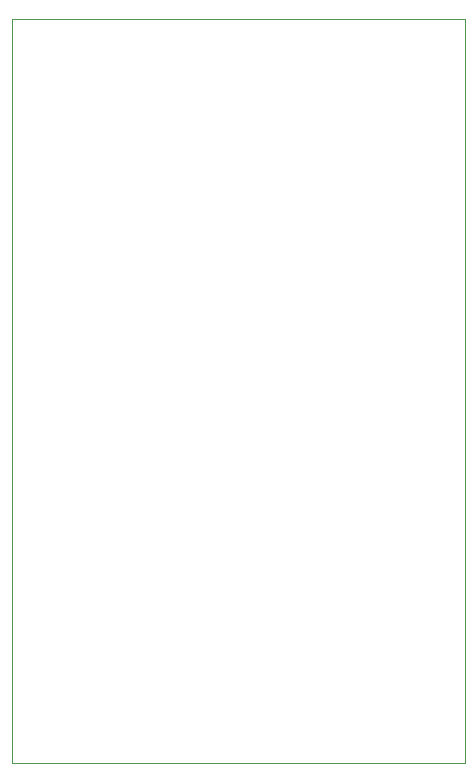
<source format=gbr>
G04 #@! TF.GenerationSoftware,KiCad,Pcbnew,(5.1.4)-1*
G04 #@! TF.CreationDate,2019-11-28T08:00:12+01:00*
G04 #@! TF.ProjectId,simpleMotor,73696d70-6c65-44d6-9f74-6f722e6b6963,rev?*
G04 #@! TF.SameCoordinates,Original*
G04 #@! TF.FileFunction,Profile,NP*
%FSLAX46Y46*%
G04 Gerber Fmt 4.6, Leading zero omitted, Abs format (unit mm)*
G04 Created by KiCad (PCBNEW (5.1.4)-1) date 2019-11-28 08:00:12*
%MOMM*%
%LPD*%
G04 APERTURE LIST*
%ADD10C,0.050000*%
G04 APERTURE END LIST*
D10*
X134874000Y-92964000D02*
X135890000Y-92964000D01*
X134874000Y-155956000D02*
X135890000Y-155956000D01*
X135890000Y-92964000D02*
X173228000Y-92964000D01*
X134874000Y-155956000D02*
X134874000Y-92964000D01*
X173228000Y-155956000D02*
X135890000Y-155956000D01*
X173228000Y-92964000D02*
X173228000Y-155956000D01*
M02*

</source>
